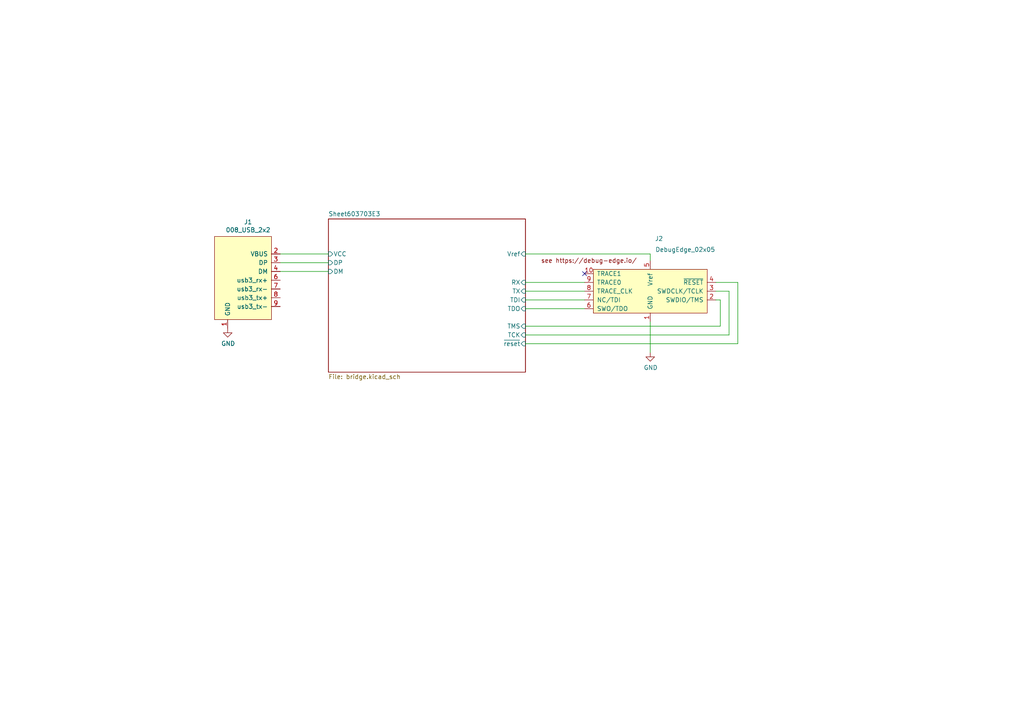
<source format=kicad_sch>
(kicad_sch (version 20211123) (generator eeschema)

  (uuid 77ed3941-d133-4aef-a9af-5a39322d14eb)

  (paper "A4")

  (lib_symbols
    (symbol "power:GND" (power) (pin_names (offset 0)) (in_bom yes) (on_board yes)
      (property "Reference" "#PWR" (id 0) (at 0 -6.35 0)
        (effects (font (size 1.27 1.27)) hide)
      )
      (property "Value" "GND" (id 1) (at 0 -3.81 0)
        (effects (font (size 1.27 1.27)))
      )
      (property "Footprint" "" (id 2) (at 0 0 0)
        (effects (font (size 1.27 1.27)) hide)
      )
      (property "Datasheet" "" (id 3) (at 0 0 0)
        (effects (font (size 1.27 1.27)) hide)
      )
      (property "ki_keywords" "power-flag" (id 4) (at 0 0 0)
        (effects (font (size 1.27 1.27)) hide)
      )
      (property "ki_description" "Power symbol creates a global label with name \"GND\" , ground" (id 5) (at 0 0 0)
        (effects (font (size 1.27 1.27)) hide)
      )
      (symbol "GND_0_1"
        (polyline
          (pts
            (xy 0 0)
            (xy 0 -1.27)
            (xy 1.27 -1.27)
            (xy 0 -2.54)
            (xy -1.27 -1.27)
            (xy 0 -1.27)
          )
          (stroke (width 0) (type default) (color 0 0 0 0))
          (fill (type none))
        )
      )
      (symbol "GND_1_1"
        (pin power_in line (at 0 0 270) (length 0) hide
          (name "GND" (effects (font (size 1.27 1.27))))
          (number "1" (effects (font (size 1.27 1.27))))
        )
      )
    )
    (symbol "put_on_edge:008_USB" (pin_names (offset 1.016)) (in_bom yes) (on_board yes)
      (property "Reference" "J" (id 0) (at -2.54 13.97 0)
        (effects (font (size 1.27 1.27)))
      )
      (property "Value" "008_USB" (id 1) (at 8.89 13.97 0)
        (effects (font (size 1.27 1.27)))
      )
      (property "Footprint" "" (id 2) (at 7.62 16.51 0)
        (effects (font (size 1.27 1.27)) hide)
      )
      (property "Datasheet" "" (id 3) (at 7.62 16.51 0)
        (effects (font (size 1.27 1.27)) hide)
      )
      (symbol "008_USB_0_1"
        (rectangle (start -8.89 12.7) (end 7.62 -11.43)
          (stroke (width 0) (type default) (color 0 0 0 0))
          (fill (type background))
        )
      )
      (symbol "008_USB_1_1"
        (pin power_in line (at 3.81 -13.97 90) (length 2.54)
          (name "GND" (effects (font (size 1.27 1.27))))
          (number "1" (effects (font (size 1.27 1.27))))
        )
        (pin power_in line (at -11.43 7.62 0) (length 2.54)
          (name "VBUS" (effects (font (size 1.27 1.27))))
          (number "2" (effects (font (size 1.27 1.27))))
        )
        (pin bidirectional line (at -11.43 5.08 0) (length 2.54)
          (name "DP" (effects (font (size 1.27 1.27))))
          (number "3" (effects (font (size 1.27 1.27))))
        )
        (pin bidirectional line (at -11.43 2.54 0) (length 2.54)
          (name "DM" (effects (font (size 1.27 1.27))))
          (number "4" (effects (font (size 1.27 1.27))))
        )
        (pin input line (at -11.43 0 0) (length 2.54)
          (name "usb3_rx+" (effects (font (size 1.27 1.27))))
          (number "6" (effects (font (size 1.27 1.27))))
        )
        (pin input line (at -11.43 -2.54 0) (length 2.54)
          (name "usb3_rx-" (effects (font (size 1.27 1.27))))
          (number "7" (effects (font (size 1.27 1.27))))
        )
        (pin input line (at -11.43 -5.08 0) (length 2.54)
          (name "usb3_tx+" (effects (font (size 1.27 1.27))))
          (number "8" (effects (font (size 1.27 1.27))))
        )
        (pin input line (at -11.43 -7.62 0) (length 2.54)
          (name "usb3_tx-" (effects (font (size 1.27 1.27))))
          (number "9" (effects (font (size 1.27 1.27))))
        )
      )
    )
    (symbol "put_on_edge:DebugEdge_02x05" (pin_names (offset 1.016)) (in_bom yes) (on_board yes)
      (property "Reference" "J" (id 0) (at -10.16 7.62 0)
        (effects (font (size 1.27 1.27)))
      )
      (property "Value" "DebugEdge_02x05" (id 1) (at 11.43 7.62 0)
        (effects (font (size 1.27 1.27)))
      )
      (property "Footprint" "" (id 2) (at 0 10.16 0)
        (effects (font (size 1.27 1.27)) hide)
      )
      (property "Datasheet" "" (id 3) (at 0 10.16 0)
        (effects (font (size 1.27 1.27)) hide)
      )
      (symbol "DebugEdge_02x05_0_0"
        (text "see https://debug-edge.io/" (at 17.78 -8.89 0)
          (effects (font (size 1.27 1.27)))
        )
      )
      (symbol "DebugEdge_02x05_0_1"
        (rectangle (start -16.51 6.35) (end 16.51 -6.35)
          (stroke (width 0) (type default) (color 0 0 0 0))
          (fill (type background))
        )
      )
      (symbol "DebugEdge_02x05_1_1"
        (pin power_in line (at 0 8.89 270) (length 2.54)
          (name "GND" (effects (font (size 1.27 1.27))))
          (number "1" (effects (font (size 1.27 1.27))))
        )
        (pin bidirectional line (at 19.05 -5.08 180) (length 2.54)
          (name "TRACE1" (effects (font (size 1.27 1.27))))
          (number "10" (effects (font (size 1.27 1.27))))
        )
        (pin bidirectional line (at -19.05 2.54 0) (length 2.54)
          (name "SWDIO/TMS" (effects (font (size 1.27 1.27))))
          (number "2" (effects (font (size 1.27 1.27))))
        )
        (pin bidirectional line (at -19.05 0 0) (length 2.54)
          (name "SWDCLK/TCLK" (effects (font (size 1.27 1.27))))
          (number "3" (effects (font (size 1.27 1.27))))
        )
        (pin bidirectional line (at -19.05 -2.54 0) (length 2.54)
          (name "~{RESET}" (effects (font (size 1.27 1.27))))
          (number "4" (effects (font (size 1.27 1.27))))
        )
        (pin power_in line (at 0 -8.89 90) (length 2.54)
          (name "Vref" (effects (font (size 1.27 1.27))))
          (number "5" (effects (font (size 1.27 1.27))))
        )
        (pin bidirectional line (at 19.05 5.08 180) (length 2.54)
          (name "SWO/TDO" (effects (font (size 1.27 1.27))))
          (number "6" (effects (font (size 1.27 1.27))))
        )
        (pin bidirectional line (at 19.05 2.54 180) (length 2.54)
          (name "NC/TDI" (effects (font (size 1.27 1.27))))
          (number "7" (effects (font (size 1.27 1.27))))
        )
        (pin bidirectional line (at 19.05 0 180) (length 2.54)
          (name "TRACE_CLK" (effects (font (size 1.27 1.27))))
          (number "8" (effects (font (size 1.27 1.27))))
        )
        (pin bidirectional line (at 19.05 -2.54 180) (length 2.54)
          (name "TRACE0" (effects (font (size 1.27 1.27))))
          (number "9" (effects (font (size 1.27 1.27))))
        )
      )
    )
  )


  (no_connect (at 169.545 79.375) (uuid fe8d9267-7834-48d6-a191-c8724b2ee78d))

  (wire (pts (xy 169.545 89.535) (xy 152.4 89.535))
    (stroke (width 0) (type default) (color 0 0 0 0))
    (uuid 03c52831-5dc5-43c5-a442-8d23643b46fb)
  )
  (wire (pts (xy 152.4 81.915) (xy 169.545 81.915))
    (stroke (width 0) (type default) (color 0 0 0 0))
    (uuid 0b21a65d-d20b-411e-920a-75c343ac5136)
  )
  (wire (pts (xy 81.28 76.2) (xy 95.25 76.2))
    (stroke (width 0) (type default) (color 0 0 0 0))
    (uuid 127679a9-3981-4934-815e-896a4e3ff56e)
  )
  (wire (pts (xy 81.28 73.66) (xy 95.25 73.66))
    (stroke (width 0) (type default) (color 0 0 0 0))
    (uuid 181abe7a-f941-42b6-bd46-aaa3131f90fb)
  )
  (wire (pts (xy 188.595 73.66) (xy 188.595 75.565))
    (stroke (width 0) (type default) (color 0 0 0 0))
    (uuid 1bf544e3-5940-4576-9291-2464e95c0ee2)
  )
  (wire (pts (xy 152.4 99.695) (xy 213.995 99.695))
    (stroke (width 0) (type default) (color 0 0 0 0))
    (uuid 29e78086-2175-405e-9ba3-c48766d2f50c)
  )
  (wire (pts (xy 152.4 94.615) (xy 208.915 94.615))
    (stroke (width 0) (type default) (color 0 0 0 0))
    (uuid 2d210a96-f81f-42a9-8bf4-1b43c11086f3)
  )
  (wire (pts (xy 169.545 84.455) (xy 152.4 84.455))
    (stroke (width 0) (type default) (color 0 0 0 0))
    (uuid 3cd1bda0-18db-417d-b581-a0c50623df68)
  )
  (wire (pts (xy 81.28 78.74) (xy 95.25 78.74))
    (stroke (width 0) (type default) (color 0 0 0 0))
    (uuid 48ab88d7-7084-4d02-b109-3ad55a30bb11)
  )
  (wire (pts (xy 152.4 97.155) (xy 211.455 97.155))
    (stroke (width 0) (type default) (color 0 0 0 0))
    (uuid 4c8eb964-bdf4-44de-90e9-e2ab82dd5313)
  )
  (wire (pts (xy 188.595 102.235) (xy 188.595 93.345))
    (stroke (width 0) (type default) (color 0 0 0 0))
    (uuid 666713b0-70f4-42df-8761-f65bc212d03b)
  )
  (wire (pts (xy 208.915 86.995) (xy 207.645 86.995))
    (stroke (width 0) (type default) (color 0 0 0 0))
    (uuid 6c2e273e-743c-4f1e-a647-4171f8122550)
  )
  (wire (pts (xy 213.995 81.915) (xy 213.995 99.695))
    (stroke (width 0) (type default) (color 0 0 0 0))
    (uuid 94a873dc-af67-4ef9-8159-1f7c93eeb3d7)
  )
  (wire (pts (xy 211.455 84.455) (xy 207.645 84.455))
    (stroke (width 0) (type default) (color 0 0 0 0))
    (uuid 9bb20359-0f8b-45bc-9d38-6626ed3a939d)
  )
  (wire (pts (xy 213.995 81.915) (xy 207.645 81.915))
    (stroke (width 0) (type default) (color 0 0 0 0))
    (uuid a1823eb2-fb0d-4ed8-8b96-04184ac3a9d5)
  )
  (wire (pts (xy 211.455 97.155) (xy 211.455 84.455))
    (stroke (width 0) (type default) (color 0 0 0 0))
    (uuid aa14c3bd-4acc-4908-9d28-228585a22a9d)
  )
  (wire (pts (xy 152.4 73.66) (xy 188.595 73.66))
    (stroke (width 0) (type default) (color 0 0 0 0))
    (uuid c0515cd2-cdaa-467e-8354-0f6eadfa35c9)
  )
  (wire (pts (xy 152.4 86.995) (xy 169.545 86.995))
    (stroke (width 0) (type default) (color 0 0 0 0))
    (uuid d57dcfee-5058-4fc2-a68b-05f9a48f685b)
  )
  (wire (pts (xy 208.915 94.615) (xy 208.915 86.995))
    (stroke (width 0) (type default) (color 0 0 0 0))
    (uuid e857610b-4434-4144-b04e-43c1ebdc5ceb)
  )

  (symbol (lib_id "put_on_edge:008_USB") (at 69.85 81.28 0) (mirror y) (unit 1)
    (in_bom yes) (on_board yes)
    (uuid 00000000-0000-0000-0000-00006036e1af)
    (property "Reference" "J1" (id 0) (at 71.9582 64.389 0))
    (property "Value" "008_USB_2x2" (id 1) (at 71.9582 66.7004 0))
    (property "Footprint" "on_edge:on_edge_2x02_device" (id 2) (at 62.23 64.77 0)
      (effects (font (size 1.27 1.27)) hide)
    )
    (property "Datasheet" "" (id 3) (at 62.23 64.77 0)
      (effects (font (size 1.27 1.27)) hide)
    )
    (pin "1" (uuid 364e8e46-564c-408f-84de-58cf1e226072))
    (pin "2" (uuid f147cef9-32c0-4a60-a910-08006b879868))
    (pin "3" (uuid cc4eee78-d613-4f84-b7c9-98792e135bc0))
    (pin "4" (uuid 15961b21-d505-4229-92c3-cf5d80bdbb60))
    (pin "6" (uuid cca881a9-0835-41ad-a028-d239641851e5))
    (pin "7" (uuid d35b0302-e173-4b90-a126-a0947696bdd6))
    (pin "8" (uuid e496620b-38c7-493a-91a1-097ae17ee87c))
    (pin "9" (uuid 1ec9f816-3616-453b-9b0f-022d2d65056a))
  )

  (symbol (lib_id "power:GND") (at 66.04 95.25 0) (unit 1)
    (in_bom yes) (on_board yes)
    (uuid 00000000-0000-0000-0000-000060371938)
    (property "Reference" "#PWR0101" (id 0) (at 66.04 101.6 0)
      (effects (font (size 1.27 1.27)) hide)
    )
    (property "Value" "GND" (id 1) (at 66.167 99.6442 0))
    (property "Footprint" "" (id 2) (at 66.04 95.25 0)
      (effects (font (size 1.27 1.27)) hide)
    )
    (property "Datasheet" "" (id 3) (at 66.04 95.25 0)
      (effects (font (size 1.27 1.27)) hide)
    )
    (pin "1" (uuid 76eace96-3290-4d62-8b47-6369b3e74fd3))
  )

  (symbol (lib_id "put_on_edge:DebugEdge_02x05") (at 188.595 84.455 180) (unit 1)
    (in_bom yes) (on_board yes)
    (uuid 00000000-0000-0000-0000-000060384844)
    (property "Reference" "J2" (id 0) (at 191.135 69.215 0))
    (property "Value" "DebugEdge_02x05" (id 1) (at 198.755 72.39 0))
    (property "Footprint" "on_edge:on_edge_2x05_host" (id 2) (at 188.595 94.615 0)
      (effects (font (size 1.27 1.27)) hide)
    )
    (property "Datasheet" "" (id 3) (at 188.595 94.615 0)
      (effects (font (size 1.27 1.27)) hide)
    )
    (pin "1" (uuid 52963fdf-aab1-47fe-936b-6b46f230baef))
    (pin "10" (uuid dbe3cf16-08f5-4990-a6dc-2101b0d616ac))
    (pin "2" (uuid 8c8730ef-8afc-440c-bb89-45bbd19f3ef4))
    (pin "3" (uuid b14339d2-ff3f-4bd1-b0ce-2a24ed551060))
    (pin "4" (uuid 688094b3-d7f2-4bf8-88e9-bab281f3da2d))
    (pin "5" (uuid cee6505f-7b46-4ef7-8ab9-ab911ec7847a))
    (pin "6" (uuid f60f1c5f-e186-4555-a524-9a9e02dc8d76))
    (pin "7" (uuid b718fcb1-8742-4b46-85e8-c35e05bc00ea))
    (pin "8" (uuid 3aaf1361-7b71-452c-aa61-68599d28c9b0))
    (pin "9" (uuid 9ee0e4c4-08e3-4019-82cd-1b1cbc9cb7d0))
  )

  (symbol (lib_id "power:GND") (at 188.595 102.235 0) (unit 1)
    (in_bom yes) (on_board yes)
    (uuid 00000000-0000-0000-0000-00006038b497)
    (property "Reference" "#PWR0102" (id 0) (at 188.595 108.585 0)
      (effects (font (size 1.27 1.27)) hide)
    )
    (property "Value" "GND" (id 1) (at 188.722 106.6292 0))
    (property "Footprint" "" (id 2) (at 188.595 102.235 0)
      (effects (font (size 1.27 1.27)) hide)
    )
    (property "Datasheet" "" (id 3) (at 188.595 102.235 0)
      (effects (font (size 1.27 1.27)) hide)
    )
    (pin "1" (uuid 745ac3c1-3d17-4fda-b46a-99c4063682a7))
  )

  (sheet (at 95.25 63.5) (size 57.15 44.45) (fields_autoplaced)
    (stroke (width 0) (type solid) (color 0 0 0 0))
    (fill (color 0 0 0 0.0000))
    (uuid 00000000-0000-0000-0000-0000603703e4)
    (property "Sheet name" "Sheet603703E3" (id 0) (at 95.25 62.7884 0)
      (effects (font (size 1.27 1.27)) (justify left bottom))
    )
    (property "Sheet file" "bridge.kicad_sch" (id 1) (at 95.25 108.5346 0)
      (effects (font (size 1.27 1.27)) (justify left top))
    )
    (pin "DP" input (at 95.25 76.2 180)
      (effects (font (size 1.27 1.27)) (justify left))
      (uuid ac264c30-3e9a-4be2-b97a-9949b68bd497)
    )
    (pin "DM" input (at 95.25 78.74 180)
      (effects (font (size 1.27 1.27)) (justify left))
      (uuid 54365317-1355-4216-bb75-829375abc4ec)
    )
    (pin "VCC" input (at 95.25 73.66 180)
      (effects (font (size 1.27 1.27)) (justify left))
      (uuid a3e4f0ae-9f86-49e9-b386-ed8b42e012fb)
    )
    (pin "TMS" input (at 152.4 94.615 0)
      (effects (font (size 1.27 1.27)) (justify right))
      (uuid a690fc6c-55d9-47e6-b533-faa4b67e20f3)
    )
    (pin "TCK" input (at 152.4 97.155 0)
      (effects (font (size 1.27 1.27)) (justify right))
      (uuid c144caa5-b0d4-4cef-840a-d4ad178a2102)
    )
    (pin "~{reset}" input (at 152.4 99.695 0)
      (effects (font (size 1.27 1.27)) (justify right))
      (uuid efeac2a2-7682-4dc7-83ee-f6f1b23da506)
    )
    (pin "TDO" input (at 152.4 89.535 0)
      (effects (font (size 1.27 1.27)) (justify right))
      (uuid 5fc27c35-3e1c-4f96-817c-93b5570858a6)
    )
    (pin "TDI" input (at 152.4 86.995 0)
      (effects (font (size 1.27 1.27)) (justify right))
      (uuid 6c9b793c-e74d-4754-a2c0-901e73b26f1c)
    )
    (pin "TX" input (at 152.4 84.455 0)
      (effects (font (size 1.27 1.27)) (justify right))
      (uuid 6a45789b-3855-401f-8139-3c734f7f52f9)
    )
    (pin "RX" input (at 152.4 81.915 0)
      (effects (font (size 1.27 1.27)) (justify right))
      (uuid b1086f75-01ba-4188-8d36-75a9e2828ca9)
    )
    (pin "Vref" input (at 152.4 73.66 0)
      (effects (font (size 1.27 1.27)) (justify right))
      (uuid 716e31c5-485f-40b5-88e3-a75900da9811)
    )
  )

  (sheet_instances
    (path "/" (page "1"))
    (path "/00000000-0000-0000-0000-0000603703e4" (page "2"))
  )

  (symbol_instances
    (path "/00000000-0000-0000-0000-000060371938"
      (reference "#PWR0101") (unit 1) (value "GND") (footprint "")
    )
    (path "/00000000-0000-0000-0000-00006038b497"
      (reference "#PWR0102") (unit 1) (value "GND") (footprint "")
    )
    (path "/00000000-0000-0000-0000-0000603703e4/00000000-0000-0000-0000-000060392079"
      (reference "#PWR0103") (unit 1) (value "+3.3V") (footprint "")
    )
    (path "/00000000-0000-0000-0000-0000603703e4/00000000-0000-0000-0000-000060393df6"
      (reference "#PWR0104") (unit 1) (value "GND") (footprint "")
    )
    (path "/00000000-0000-0000-0000-0000603703e4/00000000-0000-0000-0000-000060397729"
      (reference "#PWR0105") (unit 1) (value "GND") (footprint "")
    )
    (path "/00000000-0000-0000-0000-0000603703e4/00000000-0000-0000-0000-0000603a239d"
      (reference "#PWR0106") (unit 1) (value "GND") (footprint "")
    )
    (path "/00000000-0000-0000-0000-0000603703e4/00000000-0000-0000-0000-0000603a2a99"
      (reference "#PWR0107") (unit 1) (value "GND") (footprint "")
    )
    (path "/00000000-0000-0000-0000-0000603703e4/00000000-0000-0000-0000-0000603b44f6"
      (reference "#PWR0108") (unit 1) (value "+3.3V") (footprint "")
    )
    (path "/00000000-0000-0000-0000-0000603703e4/00000000-0000-0000-0000-0000603b4e8e"
      (reference "#PWR0109") (unit 1) (value "+3.3V") (footprint "")
    )
    (path "/00000000-0000-0000-0000-0000603703e4/00000000-0000-0000-0000-0000603bc37e"
      (reference "#PWR0110") (unit 1) (value "+3.3V") (footprint "")
    )
    (path "/00000000-0000-0000-0000-0000603703e4/00000000-0000-0000-0000-0000603c2bdc"
      (reference "#PWR0111") (unit 1) (value "+3.3V") (footprint "")
    )
    (path "/00000000-0000-0000-0000-0000603703e4/00000000-0000-0000-0000-0000603c4edd"
      (reference "#PWR0112") (unit 1) (value "+3.3V") (footprint "")
    )
    (path "/00000000-0000-0000-0000-0000603703e4/00000000-0000-0000-0000-0000603c74e5"
      (reference "#PWR0113") (unit 1) (value "GND") (footprint "")
    )
    (path "/00000000-0000-0000-0000-0000603703e4/00000000-0000-0000-0000-0000603cda91"
      (reference "#PWR0114") (unit 1) (value "+1V8") (footprint "")
    )
    (path "/00000000-0000-0000-0000-0000603703e4/00000000-0000-0000-0000-0000603d3ed0"
      (reference "#PWR0115") (unit 1) (value "+3.3V") (footprint "")
    )
    (path "/00000000-0000-0000-0000-0000603703e4/00000000-0000-0000-0000-0000603df5d1"
      (reference "#PWR0116") (unit 1) (value "+3.3V") (footprint "")
    )
    (path "/00000000-0000-0000-0000-0000603703e4/00000000-0000-0000-0000-0000603df993"
      (reference "#PWR0117") (unit 1) (value "+3.3V") (footprint "")
    )
    (path "/00000000-0000-0000-0000-0000603703e4/00000000-0000-0000-0000-000060406a55"
      (reference "#PWR0118") (unit 1) (value "GND") (footprint "")
    )
    (path "/00000000-0000-0000-0000-0000603703e4/00000000-0000-0000-0000-0000604070f5"
      (reference "#PWR0119") (unit 1) (value "GND") (footprint "")
    )
    (path "/00000000-0000-0000-0000-0000603703e4/00000000-0000-0000-0000-000060407301"
      (reference "#PWR0120") (unit 1) (value "GND") (footprint "")
    )
    (path "/00000000-0000-0000-0000-0000603703e4/00000000-0000-0000-0000-00006040753d"
      (reference "#PWR0121") (unit 1) (value "GND") (footprint "")
    )
    (path "/00000000-0000-0000-0000-0000603703e4/00000000-0000-0000-0000-00006040dc5f"
      (reference "#PWR0122") (unit 1) (value "+1V8") (footprint "")
    )
    (path "/00000000-0000-0000-0000-0000603703e4/00000000-0000-0000-0000-000060412b5a"
      (reference "#PWR0123") (unit 1) (value "+3.3V") (footprint "")
    )
    (path "/00000000-0000-0000-0000-0000603703e4/00000000-0000-0000-0000-00006041e5a9"
      (reference "#PWR0124") (unit 1) (value "GND") (footprint "")
    )
    (path "/00000000-0000-0000-0000-0000603703e4/00000000-0000-0000-0000-000060422aef"
      (reference "#PWR0125") (unit 1) (value "GND") (footprint "")
    )
    (path "/00000000-0000-0000-0000-0000603703e4/00000000-0000-0000-0000-00006044397c"
      (reference "#PWR0126") (unit 1) (value "GND") (footprint "")
    )
    (path "/00000000-0000-0000-0000-0000603703e4/00000000-0000-0000-0000-0000604476be"
      (reference "#PWR0127") (unit 1) (value "GND") (footprint "")
    )
    (path "/00000000-0000-0000-0000-0000603703e4/00000000-0000-0000-0000-00006044b0e6"
      (reference "#PWR0128") (unit 1) (value "GND") (footprint "")
    )
    (path "/00000000-0000-0000-0000-0000603703e4/00000000-0000-0000-0000-00006044e6b6"
      (reference "#PWR0129") (unit 1) (value "+1V8") (footprint "")
    )
    (path "/00000000-0000-0000-0000-0000603703e4/00000000-0000-0000-0000-00006044f419"
      (reference "#PWR0130") (unit 1) (value "+1V8") (footprint "")
    )
    (path "/00000000-0000-0000-0000-0000603703e4/00000000-0000-0000-0000-00006044f86a"
      (reference "#PWR0131") (unit 1) (value "+1V8") (footprint "")
    )
    (path "/00000000-0000-0000-0000-0000603703e4/00000000-0000-0000-0000-000060462f9b"
      (reference "#PWR0132") (unit 1) (value "GND") (footprint "")
    )
    (path "/00000000-0000-0000-0000-0000603703e4/00000000-0000-0000-0000-000060462fa7"
      (reference "#PWR0133") (unit 1) (value "GND") (footprint "")
    )
    (path "/00000000-0000-0000-0000-0000603703e4/00000000-0000-0000-0000-000060462fb3"
      (reference "#PWR0134") (unit 1) (value "GND") (footprint "")
    )
    (path "/00000000-0000-0000-0000-0000603703e4/00000000-0000-0000-0000-0000604670a5"
      (reference "#PWR0135") (unit 1) (value "GND") (footprint "")
    )
    (path "/00000000-0000-0000-0000-0000603703e4/00000000-0000-0000-0000-00006046a675"
      (reference "#PWR0136") (unit 1) (value "+3.3V") (footprint "")
    )
    (path "/00000000-0000-0000-0000-0000603703e4/00000000-0000-0000-0000-00006046b5e5"
      (reference "#PWR0137") (unit 1) (value "+3.3V") (footprint "")
    )
    (path "/00000000-0000-0000-0000-0000603703e4/00000000-0000-0000-0000-00006046b906"
      (reference "#PWR0138") (unit 1) (value "+3.3V") (footprint "")
    )
    (path "/00000000-0000-0000-0000-0000603703e4/00000000-0000-0000-0000-00006046bc0e"
      (reference "#PWR0139") (unit 1) (value "+3.3V") (footprint "")
    )
    (path "/00000000-0000-0000-0000-0000603703e4/0660d22d-699a-4917-879e-062ef6097eef"
      (reference "#PWR0140") (unit 1) (value "GND") (footprint "")
    )
    (path "/00000000-0000-0000-0000-0000603703e4/00494c6a-ef53-414c-a328-d5bdca6ac61f"
      (reference "#PWR0141") (unit 1) (value "+3.3V") (footprint "")
    )
    (path "/00000000-0000-0000-0000-0000603703e4/547d7d7c-cd8e-4d2a-af94-0c884f6a2937"
      (reference "#PWR0142") (unit 1) (value "GND") (footprint "")
    )
    (path "/00000000-0000-0000-0000-0000603703e4/51c74112-d263-4b0c-8b76-ae4e9487d465"
      (reference "#PWR0143") (unit 1) (value "GND") (footprint "")
    )
    (path "/00000000-0000-0000-0000-0000603703e4/00000000-0000-0000-0000-0000603a0a9f"
      (reference "C1") (unit 1) (value "12pF") (footprint "Capacitor_SMD:C_0603_1608Metric")
    )
    (path "/00000000-0000-0000-0000-0000603703e4/00000000-0000-0000-0000-00006039fba8"
      (reference "C2") (unit 1) (value "12pF") (footprint "Capacitor_SMD:C_0603_1608Metric")
    )
    (path "/00000000-0000-0000-0000-0000603703e4/00000000-0000-0000-0000-000060422ae9"
      (reference "C3") (unit 1) (value "4.7uF") (footprint "Capacitor_SMD:C_0603_1608Metric")
    )
    (path "/00000000-0000-0000-0000-0000603703e4/00000000-0000-0000-0000-0000603e7137"
      (reference "C4") (unit 1) (value "4.7uF") (footprint "Capacitor_SMD:C_0603_1608Metric")
    )
    (path "/00000000-0000-0000-0000-0000603703e4/00000000-0000-0000-0000-0000603e7131"
      (reference "C5") (unit 1) (value "100nF") (footprint "Capacitor_SMD:C_0603_1608Metric")
    )
    (path "/00000000-0000-0000-0000-0000603703e4/00000000-0000-0000-0000-00006041e5a3"
      (reference "C6") (unit 1) (value "4.7uF") (footprint "Capacitor_SMD:C_0603_1608Metric")
    )
    (path "/00000000-0000-0000-0000-0000603703e4/00000000-0000-0000-0000-0000603e6361"
      (reference "C7") (unit 1) (value "4.7uF") (footprint "Capacitor_SMD:C_0603_1608Metric")
    )
    (path "/00000000-0000-0000-0000-0000603703e4/00000000-0000-0000-0000-0000603e4f63"
      (reference "C8") (unit 1) (value "100nF") (footprint "Capacitor_SMD:C_0603_1608Metric")
    )
    (path "/00000000-0000-0000-0000-0000603703e4/00000000-0000-0000-0000-000060443976"
      (reference "C9") (unit 1) (value "100nF") (footprint "Capacitor_SMD:C_0603_1608Metric")
    )
    (path "/00000000-0000-0000-0000-0000603703e4/00000000-0000-0000-0000-0000604476b8"
      (reference "C10") (unit 1) (value "100nF") (footprint "Capacitor_SMD:C_0603_1608Metric")
    )
    (path "/00000000-0000-0000-0000-0000603703e4/00000000-0000-0000-0000-00006044b0e0"
      (reference "C11") (unit 1) (value "100nF") (footprint "Capacitor_SMD:C_0603_1608Metric")
    )
    (path "/00000000-0000-0000-0000-0000603703e4/00000000-0000-0000-0000-000060462f95"
      (reference "C12") (unit 1) (value "100nF") (footprint "Capacitor_SMD:C_0603_1608Metric")
    )
    (path "/00000000-0000-0000-0000-0000603703e4/00000000-0000-0000-0000-000060462fa1"
      (reference "C13") (unit 1) (value "100nF") (footprint "Capacitor_SMD:C_0603_1608Metric")
    )
    (path "/00000000-0000-0000-0000-0000603703e4/00000000-0000-0000-0000-000060462fad"
      (reference "C14") (unit 1) (value "100nF") (footprint "Capacitor_SMD:C_0603_1608Metric")
    )
    (path "/00000000-0000-0000-0000-0000603703e4/00000000-0000-0000-0000-00006046709f"
      (reference "C15") (unit 1) (value "100nF") (footprint "Capacitor_SMD:C_0603_1608Metric")
    )
    (path "/00000000-0000-0000-0000-0000603703e4/a04ccdcd-a971-4610-922a-93c1b8151d4b"
      (reference "C16") (unit 1) (value "100nF") (footprint "Capacitor_SMD:C_0603_1608Metric")
    )
    (path "/00000000-0000-0000-0000-0000603703e4/2f1a7d1f-0fe9-4613-a3d7-4cc42f0e3b5a"
      (reference "C17") (unit 1) (value "100nF") (footprint "Capacitor_SMD:C_0603_1608Metric")
    )
    (path "/00000000-0000-0000-0000-0000603703e4/00000000-0000-0000-0000-0000603efd1a"
      (reference "FB1") (unit 1) (value "220R") (footprint "Resistor_SMD:R_0603_1608Metric")
    )
    (path "/00000000-0000-0000-0000-0000603703e4/00000000-0000-0000-0000-0000603e9863"
      (reference "FB2") (unit 1) (value "220R") (footprint "Resistor_SMD:R_0603_1608Metric")
    )
    (path "/00000000-0000-0000-0000-00006036e1af"
      (reference "J1") (unit 1) (value "008_USB_2x2") (footprint "on_edge:on_edge_2x02_device")
    )
    (path "/00000000-0000-0000-0000-000060384844"
      (reference "J2") (unit 1) (value "DebugEdge_02x05") (footprint "on_edge:on_edge_2x05_host")
    )
    (path "/00000000-0000-0000-0000-0000603703e4/00000000-0000-0000-0000-0000603c1a2f"
      (reference "R1") (unit 1) (value "10k") (footprint "Resistor_SMD:R_0603_1608Metric")
    )
    (path "/00000000-0000-0000-0000-0000603703e4/00000000-0000-0000-0000-0000603b086f"
      (reference "R2") (unit 1) (value "10k") (footprint "Resistor_SMD:R_0603_1608Metric")
    )
    (path "/00000000-0000-0000-0000-0000603703e4/00000000-0000-0000-0000-0000603adf63"
      (reference "R3") (unit 1) (value "2.2k") (footprint "Resistor_SMD:R_0603_1608Metric")
    )
    (path "/00000000-0000-0000-0000-0000603703e4/00000000-0000-0000-0000-0000603b224b"
      (reference "R4") (unit 1) (value "10k") (footprint "Resistor_SMD:R_0603_1608Metric")
    )
    (path "/00000000-0000-0000-0000-0000603703e4/00000000-0000-0000-0000-0000603a5ca1"
      (reference "R5") (unit 1) (value "33R") (footprint "Resistor_SMD:R_0603_1608Metric")
    )
    (path "/00000000-0000-0000-0000-0000603703e4/00000000-0000-0000-0000-000060390fbd"
      (reference "R6") (unit 1) (value "1k") (footprint "Resistor_SMD:R_0603_1608Metric")
    )
    (path "/00000000-0000-0000-0000-0000603703e4/00000000-0000-0000-0000-0000603a5400"
      (reference "R7") (unit 1) (value "33R") (footprint "Resistor_SMD:R_0603_1608Metric")
    )
    (path "/00000000-0000-0000-0000-0000603703e4/00000000-0000-0000-0000-000060393246"
      (reference "R8") (unit 1) (value "12k") (footprint "Resistor_SMD:R_0603_1608Metric")
    )
    (path "/00000000-0000-0000-0000-0000603703e4/00000000-0000-0000-0000-0000603a46e6"
      (reference "R9") (unit 1) (value "33R") (footprint "Resistor_SMD:R_0603_1608Metric")
    )
    (path "/00000000-0000-0000-0000-0000603703e4/00000000-0000-0000-0000-0000603aae7c"
      (reference "U1") (unit 1) (value "93CxxC") (footprint "Package_SO:SOIC-8_3.9x4.9mm_P1.27mm")
    )
    (path "/00000000-0000-0000-0000-0000603703e4/00000000-0000-0000-0000-00006038c262"
      (reference "U2") (unit 1) (value "FT2232H") (footprint "Package_QFP:LQFP-64_10x10mm_P0.5mm")
    )
    (path "/00000000-0000-0000-0000-0000603703e4/308753f6-ab82-4e43-95a1-a46e6c172b5c"
      (reference "U3") (unit 1) (value "TC1017-xCT") (footprint "Package_TO_SOT_SMD:SOT-23-5")
    )
    (path "/00000000-0000-0000-0000-0000603703e4/00000000-0000-0000-0000-00006039a869"
      (reference "Y1") (unit 1) (value "12MHz") (footprint "Crystal:Crystal_SMD_3225-4Pin_3.2x2.5mm")
    )
  )
)

</source>
